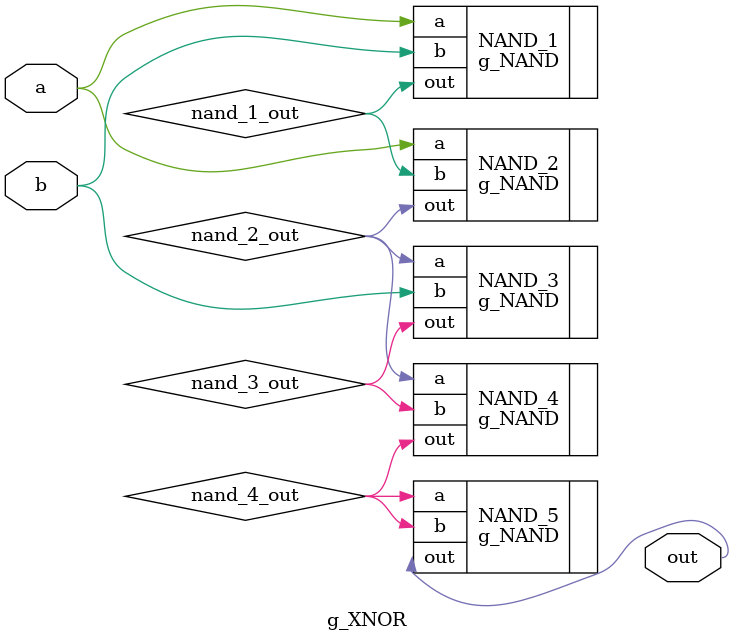
<source format=v>

module g_XNOR
(
    input  a, b,
    output out
);

// | a | b | out |
// | - | - | --- |
// | 0 | 0 | 1   | (NOT(a) AND NOT(b))
// | 0 | 1 | 0   |
// | 1 | 0 | 0   |
// | 1 | 1 | 1   | (a AND b)

wire nand_1_out, nand_2_out, nand_3_out, nand_4_out, nand_5_out;

g_NAND NAND_1 ( .a(a),          .b(b),          .out(nand_1_out) );
g_NAND NAND_2 ( .a(a),          .b(nand_1_out), .out(nand_2_out) );
g_NAND NAND_3 ( .a(nand_2_out), .b(b),          .out(nand_3_out) );
g_NAND NAND_4 ( .a(nand_2_out), .b(nand_3_out), .out(nand_4_out) );
g_NAND NAND_5 ( .a(nand_4_out), .b(nand_4_out), .out(out) );

endmodule

</source>
